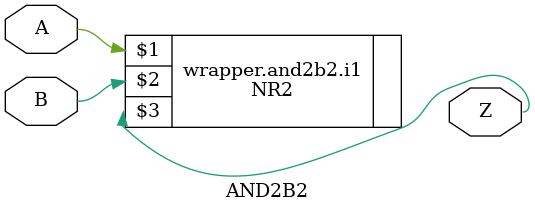
<source format=v>
`resetall
`timescale 1 ns / 100 ps

/* Created by DB2VERILOG Version 1.0.1.1 on Fri May 13 11:40:16 1994 */
/* module compiled from "lsl2db 3.6.4" run */

`celldefine
module  AND2B2 (A, B, Z);
input  A, B;
output Z;
NR2 \wrapper.and2b2.i1 (A, B, Z);

endmodule 
`endcelldefine

</source>
